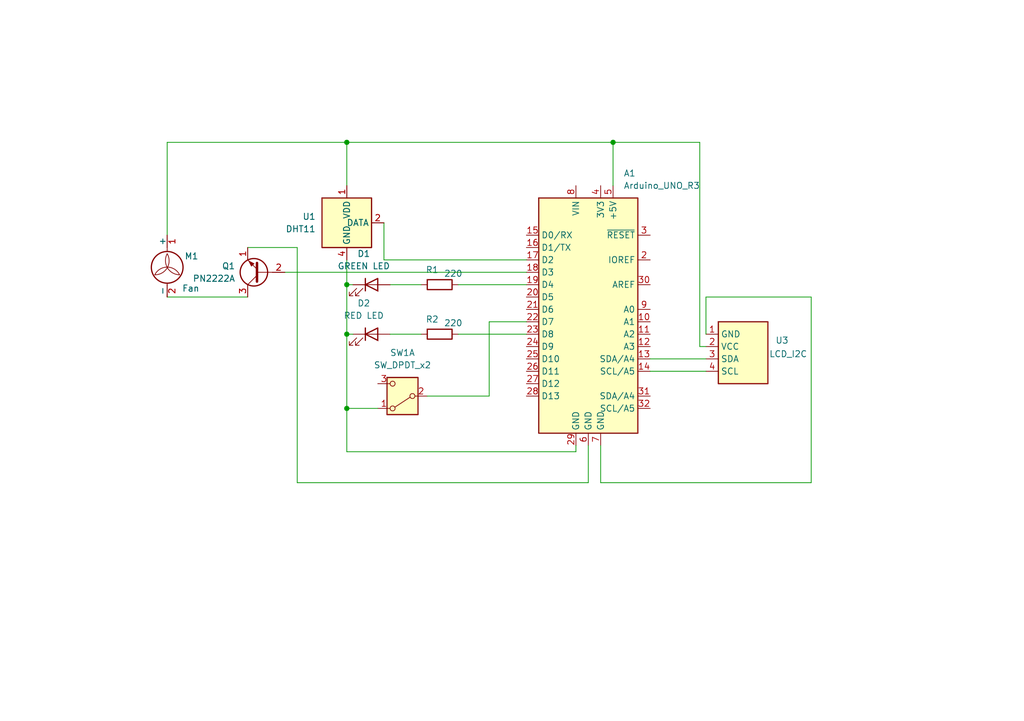
<source format=kicad_sch>
(kicad_sch (version 20250114) (generator "eeschema") (generator_version "9.0")
  (paper "A5")
  (title_block (title "Arduino Mold Prevention System") (date "2025-05-29"))
  (lib_symbols
    (symbol "Custom Components:LCD_I2C"
      (property "Reference" "U3" (at 8.89 1.2701 0))
      (property "Value" "LCD_I2C" (at 8.89 -1.2699 0))
      (symbol "LCD_I2C_0_1"
        (rectangle (start -5.08 7.62) (end 5.08 -5.08) (stroke (width 0.254)) (fill (type background)))
      )
      (symbol "LCD_I2C_1_1"
        (pin bidirectional line (at -7.62 5.08 0) (length 2.54) (name "GND") (number "1"))
        (pin input line (at -7.62 2.54 0) (length 2.54) (name "VCC") (number "2"))
        (pin input line (at -7.62 0 0) (length 2.54) (name "SDA") (number "3"))
        (pin passive line (at -7.62 -2.54 0) (length 2.54) (name "SCL") (number "4"))
      )
    )
    (symbol "Device:LED" (pin_numbers (hide yes)) (pin_names (offset 1.016) (hide yes))
      (property "Reference" "D" (at 0 2.54 0))
      (property "Value" "LED" (at 0 -2.54 0))
      (symbol "LED_0_1"
        (polyline (pts (xy -3.048 -0.762) (xy -4.572 -2.286) (xy -3.81 -2.286) (xy -4.572 -2.286) (xy -4.572 -1.524)))
        (polyline (pts (xy -1.778 -0.762) (xy -3.302 -2.286) (xy -2.54 -2.286) (xy -3.302 -2.286) (xy -3.302 -1.524)))
        (polyline (pts (xy -1.27 0) (xy 1.27 0)))
        (polyline (pts (xy -1.27 -1.27) (xy -1.27 1.27)) (stroke (width 0.254)))
        (polyline (pts (xy 1.27 -1.27) (xy 1.27 1.27) (xy -1.27 0) (xy 1.27 -1.27)) (stroke (width 0.254)))
      )
      (symbol "LED_1_1"
        (pin passive line (at -3.81 0 0) (length 2.54) (name "K") (number "1"))
        (pin passive line (at 3.81 0 180) (length 2.54) (name "A") (number "2"))
      )
    )
    (symbol "Device:R" (pin_numbers (hide yes)) (pin_names (offset 0))
      (property "Reference" "R" (at 2.032 0 90))
      (property "Value" "R" (at 0 0 90))
      (symbol "R_0_1"
        (rectangle (start -1.016 -2.54) (end 1.016 2.54) (stroke (width 0.254)))
      )
      (symbol "R_1_1"
        (pin passive line (at 0 3.81 270) (length 1.27) (name "~") (number "1"))
        (pin passive line (at 0 -3.81 90) (length 1.27) (name "~") (number "2"))
      )
    )
    (symbol "MCU_Module:Arduino_UNO_R3"
      (property "Reference" "A" (at -10.16 23.495 0))
      (property "Value" "Arduino_UNO_R3" (at 5.08 -26.67 0))
      (symbol "Arduino_UNO_R3_0_1"
        (rectangle (start -10.16 22.86) (end 10.16 -25.4) (stroke (width 0.254)) (fill (type background)))
      )
      (symbol "Arduino_UNO_R3_1_1"
        (pin bidirectional line (at -12.7 15.24 0) (length 2.54) (name "D0/RX") (number "15"))
        (pin bidirectional line (at -12.7 12.7 0) (length 2.54) (name "D1/TX") (number "16"))
        (pin bidirectional line (at -12.7 10.16 0) (length 2.54) (name "D2") (number "17"))
        (pin bidirectional line (at -12.7 7.62 0) (length 2.54) (name "D3") (number "18"))
        (pin bidirectional line (at -12.7 5.08 0) (length 2.54) (name "D4") (number "19"))
        (pin bidirectional line (at -12.7 2.54 0) (length 2.54) (name "D5") (number "20"))
        (pin bidirectional line (at -12.7 0 0) (length 2.54) (name "D6") (number "21"))
        (pin bidirectional line (at -12.7 -2.54 0) (length 2.54) (name "D7") (number "22"))
        (pin bidirectional line (at -12.7 -5.08 0) (length 2.54) (name "D8") (number "23"))
        (pin bidirectional line (at -12.7 -7.62 0) (length 2.54) (name "D9") (number "24"))
        (pin bidirectional line (at -12.7 -10.16 0) (length 2.54) (name "D10") (number "25"))
        (pin bidirectional line (at -12.7 -12.7 0) (length 2.54) (name "D11") (number "26"))
        (pin bidirectional line (at -12.7 -15.24 0) (length 2.54) (name "D12") (number "27"))
        (pin bidirectional line (at -12.7 -17.78 0) (length 2.54) (name "D13") (number "28"))
        (pin no_connect line (at -10.16 -20.32 0) (length 2.54) (hide yes) (name "NC") (number "1"))
        (pin power_in line (at -2.54 25.4 270) (length 2.54) (name "VIN") (number "8"))
        (pin power_in line (at -2.54 -27.94 90) (length 2.54) (name "GND") (number "29"))
        (pin power_in line (at 0 -27.94 90) (length 2.54) (name "GND") (number "6"))
        (pin power_out line (at 2.54 25.4 270) (length 2.54) (name "3V3") (number "4"))
        (pin power_in line (at 2.54 -27.94 90) (length 2.54) (name "GND") (number "7"))
        (pin power_out line (at 5.08 25.4 270) (length 2.54) (name "+5V") (number "5"))
        (pin input line (at 12.7 15.24 180) (length 2.54) (name "~{RESET}") (number "3"))
        (pin output line (at 12.7 10.16 180) (length 2.54) (name "IOREF") (number "2"))
        (pin input line (at 12.7 5.08 180) (length 2.54) (name "AREF") (number "30"))
        (pin bidirectional line (at 12.7 0 180) (length 2.54) (name "A0") (number "9"))
        (pin bidirectional line (at 12.7 -2.54 180) (length 2.54) (name "A1") (number "10"))
        (pin bidirectional line (at 12.7 -5.08 180) (length 2.54) (name "A2") (number "11"))
        (pin bidirectional line (at 12.7 -7.62 180) (length 2.54) (name "A3") (number "12"))
        (pin bidirectional line (at 12.7 -10.16 180) (length 2.54) (name "SDA/A4") (number "13"))
        (pin bidirectional line (at 12.7 -12.7 180) (length 2.54) (name "SCL/A5") (number "14"))
        (pin bidirectional line (at 12.7 -17.78 180) (length 2.54) (name "SDA/A4") (number "31"))
        (pin bidirectional line (at 12.7 -20.32 180) (length 2.54) (name "SCL/A5") (number "32"))
      )
    )
    (symbol "Motor:Fan" (pin_names (offset 0))
      (property "Reference" "M" (at 2.54 5.08 0))
      (property "Value" "Fan" (at 2.54 -2.54 0))
      (symbol "Fan_0_1"
        (arc (start 0 3.81) (mid -0.0015 0.9048) (end -2.54 -0.508))
        (polyline (pts (xy 0 4.572) (xy 0 5.08)))
        (polyline (pts (xy 0 4.2672) (xy 0 4.6228)))
        (circle (center 0 1.016) (radius 3.2512) (stroke (width 0.254)))
        (arc (start -2.54 -0.508) (mid 0 1.0618) (end 2.54 -0.508))
        (polyline (pts (xy 0 -2.2352) (xy 0 -2.6416)))
        (polyline (pts (xy 0 -5.08) (xy 0 -4.572)))
        (arc (start 2.54 -0.508) (mid 0.047 0.9315) (end 0 3.81))
      )
      (symbol "Fan_1_1"
        (pin passive line (at 0 7.62 270) (length 2.54) (name "+") (number "1"))
        (pin passive line (at 0 -5.08 90) (length 2.54) (name "-") (number "2"))
      )
    )
    (symbol "Sensor:DHT11"
      (property "Reference" "U" (at -3.81 6.35 0))
      (property "Value" "DHT11" (at 3.81 6.35 0))
      (symbol "DHT11_0_1"
        (rectangle (start -5.08 5.08) (end 5.08 -5.08) (stroke (width 0.254)) (fill (type background)))
      )
      (symbol "DHT11_1_1"
        (pin no_connect line (at -5.08 0 0) (length 2.54) (hide yes) (name "NC") (number "3"))
        (pin power_in line (at 0 7.62 270) (length 2.54) (name "VDD") (number "1"))
        (pin power_in line (at 0 -7.62 90) (length 2.54) (name "GND") (number "4"))
        (pin bidirectional line (at 7.62 0 180) (length 2.54) (name "DATA") (number "2"))
      )
    )
    (symbol "Switch:SW_DPDT_x2" (pin_names (offset 0) (hide yes))
      (property "Reference" "SW" (at 0 5.08 0))
      (property "Value" "SW_DPDT_x2" (at 0 -5.08 0))
      (symbol "SW_DPDT_x2_0_0"
        (circle (center -2.032 0) (radius 0.508))
        (circle (center 2.032 -2.54) (radius 0.508))
      )
      (symbol "SW_DPDT_x2_0_1"
        (rectangle (start -3.175 3.81) (end 3.175 -3.81) (stroke (width 0.254)) (fill (type background)))
        (polyline (pts (xy -1.524 0.254) (xy 1.5748 2.286)))
        (circle (center 2.032 2.54) (radius 0.508))
      )
      (symbol "SW_DPDT_x2_1_1"
        (pin passive line (at -5.08 0 0) (length 2.54) (name "B") (number "2"))
        (pin passive line (at 5.08 2.54 180) (length 2.54) (name "A") (number "1"))
        (pin passive line (at 5.08 -2.54 180) (length 2.54) (name "C") (number "3"))
      )
      (symbol "SW_DPDT_x2_2_1"
        (pin passive line (at -5.08 0 0) (length 2.54) (name "B") (number "5"))
        (pin passive line (at 5.08 2.54 180) (length 2.54) (name "A") (number "4"))
        (pin passive line (at 5.08 -2.54 180) (length 2.54) (name "C") (number "6"))
      )
    )
    (symbol "Transistor_BJT:PN2222A" (pin_names (offset 0) (hide yes))
      (property "Reference" "Q" (at 5.08 1.905 0))
      (property "Value" "PN2222A" (at 5.08 0 0))
      (symbol "PN2222A_0_1"
        (polyline (pts (xy -2.54 0) (xy 0.635 0)))
        (polyline (pts (xy 0.635 1.905) (xy 0.635 -1.905)) (stroke (width 0.508)))
        (circle (center 1.27 0) (radius 2.8194) (stroke (width 0.254)))
      )
      (symbol "PN2222A_1_1"
        (polyline (pts (xy 0.635 0.635) (xy 2.54 2.54)))
        (polyline (pts (xy 0.635 -0.635) (xy 2.54 -2.54)))
        (polyline (pts (xy 1.27 -1.778) (xy 1.778 -1.27) (xy 2.286 -2.286) (xy 1.27 -1.778)) (fill (type outline)))
        (pin input line (at -5.08 0 0) (length 2.54) (name "B") (number "2"))
        (pin passive line (at 2.54 5.08 270) (length 2.54) (name "C") (number "3"))
        (pin passive line (at 2.54 -5.08 90) (length 2.54) (name "E") (number "1"))
      )
    )
  )
  (junction (at 71.12 83.82))
  (junction (at 71.12 68.58))
  (junction (at 125.73 29.21))
  (junction (at 71.12 29.21))
  (junction (at 71.12 58.42))
  (wire (pts (xy 71.12 58.42) (xy 71.12 68.58)))
  (wire (pts (xy 50.8 50.8) (xy 60.96 50.8)))
  (wire (pts (xy 71.12 83.82) (xy 71.12 92.71)))
  (wire (pts (xy 34.29 60.96) (xy 50.8 60.96)))
  (wire (pts (xy 78.74 53.34) (xy 107.95 53.34)))
  (wire (pts (xy 144.78 71.12) (xy 143.51 71.12)))
  (wire (pts (xy 125.73 29.21) (xy 71.12 29.21)))
  (wire (pts (xy 34.29 29.21) (xy 71.12 29.21)))
  (wire (pts (xy 71.12 92.71) (xy 118.11 92.71)))
  (wire (pts (xy 71.12 29.21) (xy 71.12 38.1)))
  (wire (pts (xy 144.78 68.58) (xy 144.78 60.96)))
  (wire (pts (xy 144.78 60.96) (xy 166.37 60.96)))
  (wire (pts (xy 58.42 55.88) (xy 107.95 55.88)))
  (wire (pts (xy 123.19 99.06) (xy 123.19 91.44)))
  (wire (pts (xy 80.01 58.42) (xy 86.36 58.42)))
  (wire (pts (xy 120.65 91.44) (xy 120.65 99.06)))
  (wire (pts (xy 93.98 58.42) (xy 107.95 58.42)))
  (wire (pts (xy 78.74 53.34) (xy 78.74 45.72)))
  (wire (pts (xy 118.11 92.71) (xy 118.11 91.44)))
  (wire (pts (xy 166.37 60.96) (xy 166.37 99.06)))
  (wire (pts (xy 125.73 38.1) (xy 125.73 29.21)))
  (wire (pts (xy 72.39 58.42) (xy 71.12 58.42)))
  (wire (pts (xy 71.12 68.58) (xy 71.12 83.82)))
  (wire (pts (xy 100.33 81.28) (xy 87.63 81.28)))
  (wire (pts (xy 71.12 83.82) (xy 77.47 83.82)))
  (wire (pts (xy 80.01 68.58) (xy 86.36 68.58)))
  (wire (pts (xy 71.12 53.34) (xy 71.12 58.42)))
  (wire (pts (xy 60.96 99.06) (xy 120.65 99.06)))
  (wire (pts (xy 123.19 99.06) (xy 166.37 99.06)))
  (wire (pts (xy 93.98 68.58) (xy 107.95 68.58)))
  (wire (pts (xy 60.96 50.8) (xy 60.96 99.06)))
  (wire (pts (xy 100.33 66.04) (xy 100.33 81.28)))
  (wire (pts (xy 133.35 73.66) (xy 144.78 73.66)))
  (wire (pts (xy 72.39 68.58) (xy 71.12 68.58)))
  (wire (pts (xy 143.51 29.21) (xy 125.73 29.21)))
  (wire (pts (xy 107.95 66.04) (xy 100.33 66.04)))
  (wire (pts (xy 133.35 76.2) (xy 144.78 76.2)))
  (wire (pts (xy 143.51 29.21) (xy 143.51 71.12)))
  (wire (pts (xy 34.29 48.26) (xy 34.29 29.21)))
  (symbol (lib_id "Device:R") (at 90.17 58.42 90) (unit 1)
    (property "Reference" "R1" (at 88.646 55.372 90))
    (property "Value" "220" (at 92.964 56.134 90))
    (property "Description" "Resistor" (effects (hide yes)))
  )
  (symbol (lib_id "Custom Components:LCD_I2C") (at 152.4 73.66 0) (unit 1)
    (property "Reference" "U3" (at 159.004 69.85 0) (effects (justify left)))
    (property "Value" "LCD_I2C" (at 157.734 72.644 0) (effects (justify left)))
    (property "Footprint" "Display:NHD-C0220BiZ" (effects (hide yes)))
    (property "Datasheet" "http://www.newhavendisplay.com/specs/NHD-C0220BiZ-FSW-FBW-3V3M.pdf" (effects (hide yes)))
    (property "Description" "LCD 20x2 Alphanumeric 10pin Blue/White/Green Backlight, i2c, 3.3V VDD" (effects (hide yes)))
  )
  (symbol (lib_id "Device:R") (at 90.17 68.58 90) (unit 1)
    (property "Reference" "R2" (at 88.646 65.532 90))
    (property "Value" "220" (at 92.964 66.294 90))
    (property "Description" "Resistor" (effects (hide yes)))
  )
  (symbol (lib_id "Device:LED") (at 76.2 68.58 0) (unit 1)
    (property "Reference" "D2" (at 74.6125 62.23 0))
    (property "Value" "RED LED" (at 74.6125 64.77 0))
    (property "Description" "Light emitting diode" (effects (hide yes)))
    (property "Sim.Pins" "1=K 2=A" (effects (hide yes)))
  )
  (symbol (lib_id "Motor:Fan") (at 34.29 55.88 0) (unit 1)
    (property "Reference" "M1" (at 37.846 52.578 0) (effects (justify left)))
    (property "Value" "Fan" (at 37.338 59.182 0) (effects (justify left)))
    (property "Description" "Fan" (effects (hide yes)))
  )
  (symbol (lib_id "Sensor:DHT11") (at 71.12 45.72 0) (unit 1)
    (property "Reference" "U1" (at 64.77 44.4499 0) (effects (justify right)))
    (property "Value" "DHT11" (at 64.77 46.9899 0) (effects (justify right)))
    (property "Footprint" "Sensor:Aosong_DHT11_5.5x12.0_P2.54mm" (effects (hide yes)))
    (property "Datasheet" "http://akizukidenshi.com/download/ds/aosong/DHT11.pdf" (effects (hide yes)))
    (property "Description" "3.3V to 5.5V, temperature and humidity module, DHT11" (effects (hide yes)))
  )
  (symbol (lib_id "MCU_Module:Arduino_UNO_R3") (at 120.65 63.5 0) (unit 1)
    (property "Reference" "A1" (at 127.8733 35.56 0) (effects (justify left)))
    (property "Value" "Arduino_UNO_R3" (at 127.8733 38.1 0) (effects (justify left)))
    (property "Footprint" "Module:Arduino_UNO_R3" (effects (hide yes)))
    (property "Datasheet" "https://www.arduino.cc/en/Main/arduinoBoardUno" (effects (hide yes)))
    (property "Description" "Arduino UNO Microcontroller Module, release 3" (effects (hide yes)))
  )
  (symbol (lib_id "Switch:SW_DPDT_x2") (at 82.55 81.28 180) (unit 1)
    (property "Reference" "SW1" (at 82.55 72.39 0))
    (property "Value" "SW_DPDT_x2" (at 82.55 74.93 0))
    (property "Description" "Switch, dual pole double throw, separate symbols" (effects (hide yes)))
  )
  (symbol (lib_id "Transistor_BJT:PN2222A") (at 53.34 55.88 180) (unit 1)
    (property "Reference" "Q1" (at 48.26 54.6099 0) (effects (justify left)))
    (property "Value" "PN2222A" (at 48.26 57.1499 0) (effects (justify left)))
    (property "Footprint" "Package_TO_SOT_THT:TO-92_Inline" (effects (hide yes)))
    (property "Datasheet" "https://www.onsemi.com/pub/Collateral/PN2222-D.PDF" (effects (hide yes)))
    (property "Description" "1A Ic, 40V Vce, NPN Transistor, General Purpose Transistor, TO-92" (effects (hide yes)))
  )
  (symbol (lib_id "Device:LED") (at 76.2 58.42 0) (unit 1)
    (property "Reference" "D1" (at 74.6125 52.07 0))
    (property "Value" "GREEN LED" (at 74.6125 54.61 0))
    (property "Description" "Light emitting diode" (effects (hide yes)))
    (property "Sim.Pins" "1=K 2=A" (effects (hide yes)))
  )
)
</source>
